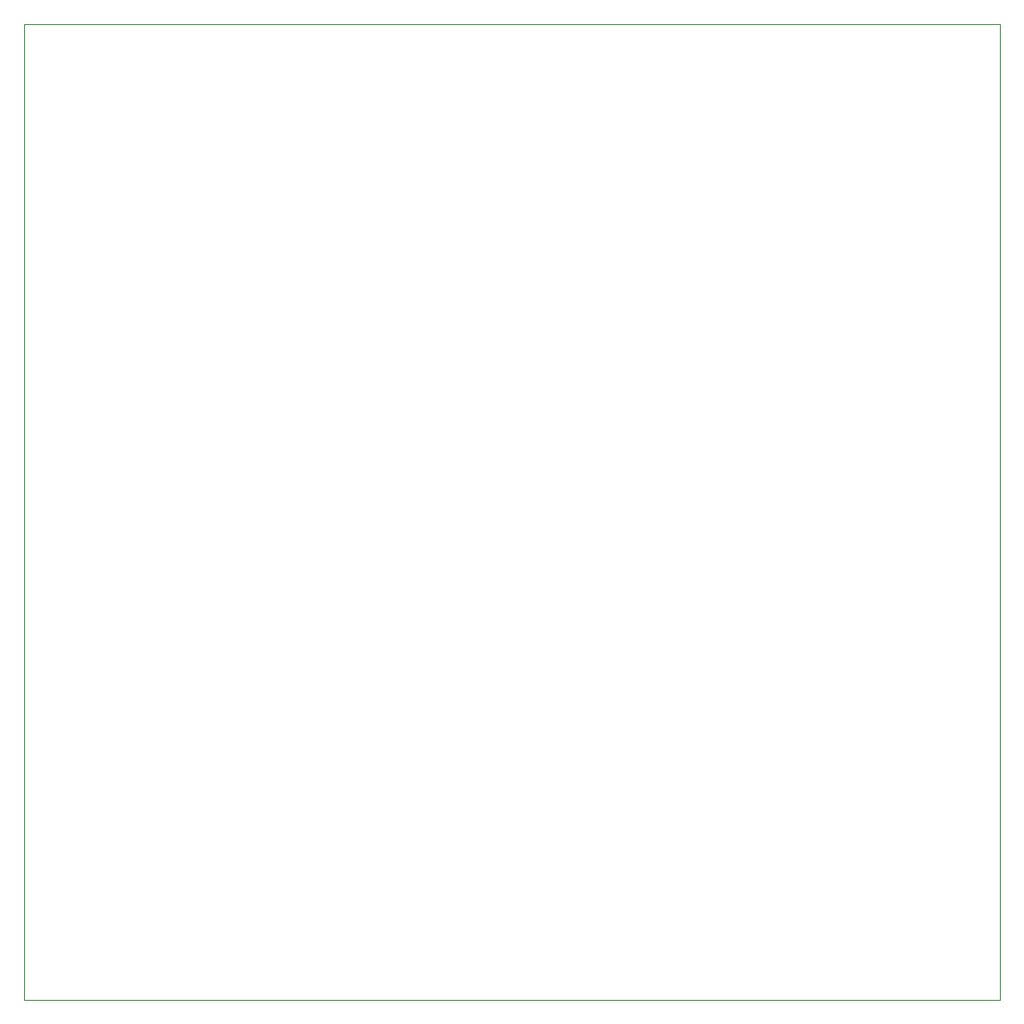
<source format=gbr>
%TF.GenerationSoftware,KiCad,Pcbnew,8.0.0*%
%TF.CreationDate,2024-04-09T17:14:47-07:00*%
%TF.ProjectId,phi2_50MHz_EPC2214,70686932-5f35-4304-9d48-7a5f45504332,rev?*%
%TF.SameCoordinates,Original*%
%TF.FileFunction,Profile,NP*%
%FSLAX46Y46*%
G04 Gerber Fmt 4.6, Leading zero omitted, Abs format (unit mm)*
G04 Created by KiCad (PCBNEW 8.0.0) date 2024-04-09 17:14:47*
%MOMM*%
%LPD*%
G01*
G04 APERTURE LIST*
%TA.AperFunction,Profile*%
%ADD10C,0.010000*%
%TD*%
G04 APERTURE END LIST*
D10*
X5000Y0D02*
X89005000Y0D01*
X89005000Y-89000000D01*
X5000Y-89000000D01*
X5000Y0D01*
M02*

</source>
